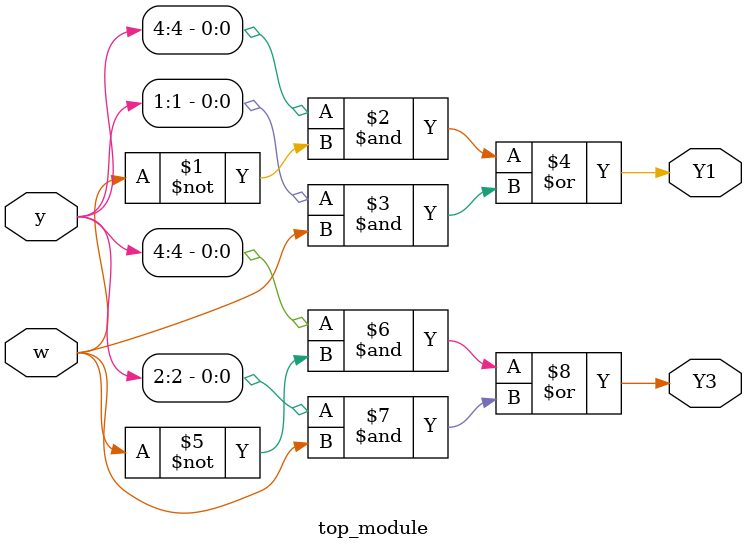
<source format=sv>
module top_module (
	input [5:0] y,
	input w,
	output Y1,
	output Y3
);
	
	// flip-flop Y1
	assign Y1 = (y[4] & ~w) | (y[1] & w); // Modified y[2] to y[1]
	
	// flip-flop Y3
	assign Y3 = (y[4] & ~w) | (y[2] & w); // Modified y[1] to y[4]

endmodule

</source>
